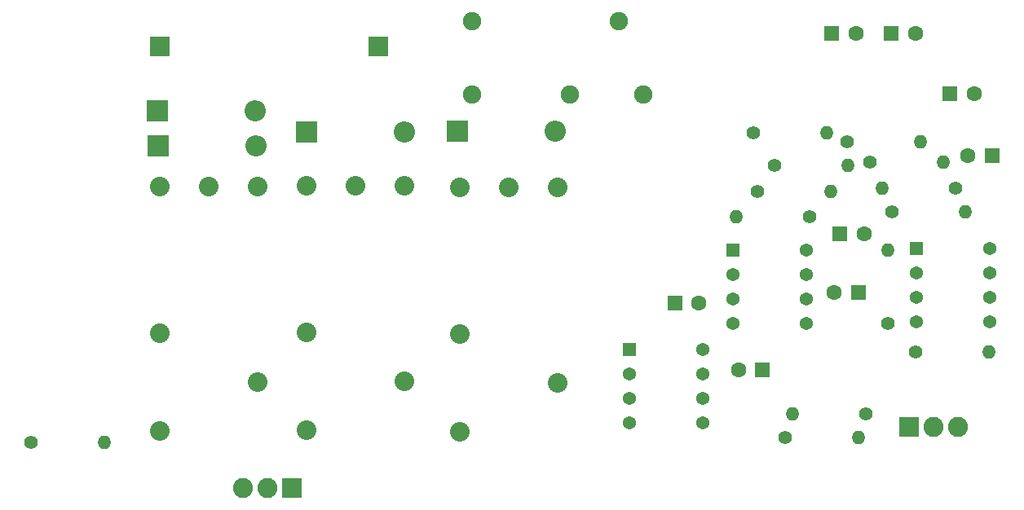
<source format=gbr>
%TF.GenerationSoftware,KiCad,Pcbnew,(6.0.2)*%
%TF.CreationDate,2022-07-20T19:38:25+09:00*%
%TF.ProjectId,shutdown,73687574-646f-4776-9e2e-6b696361645f,rev?*%
%TF.SameCoordinates,Original*%
%TF.FileFunction,Soldermask,Bot*%
%TF.FilePolarity,Negative*%
%FSLAX46Y46*%
G04 Gerber Fmt 4.6, Leading zero omitted, Abs format (unit mm)*
G04 Created by KiCad (PCBNEW (6.0.2)) date 2022-07-20 19:38:25*
%MOMM*%
%LPD*%
G01*
G04 APERTURE LIST*
%ADD10R,1.600000X1.600000*%
%ADD11C,1.600000*%
%ADD12R,1.371600X1.371600*%
%ADD13C,1.371600*%
%ADD14C,1.400000*%
%ADD15O,1.400000X1.400000*%
%ADD16C,2.032000*%
%ADD17R,2.000000X2.000000*%
%ADD18R,2.085000X2.085000*%
%ADD19C,2.085000*%
%ADD20R,2.200000X2.200000*%
%ADD21O,2.200000X2.200000*%
%ADD22C,1.905000*%
G04 APERTURE END LIST*
D10*
%TO.C,C5*%
X221655113Y-102990000D03*
D11*
X219155113Y-102990000D03*
%TD*%
D10*
%TO.C,C6*%
X231200000Y-82360000D03*
D11*
X233700000Y-82360000D03*
%TD*%
D10*
%TO.C,C2*%
X225094888Y-76110000D03*
D11*
X227594888Y-76110000D03*
%TD*%
D12*
%TO.C,U5*%
X208640000Y-98610000D03*
D13*
X208640000Y-101150000D03*
X208640000Y-103690000D03*
X208640000Y-106230000D03*
X216260000Y-106230000D03*
X216260000Y-103690000D03*
X216260000Y-101150000D03*
X216260000Y-98610000D03*
%TD*%
D14*
%TO.C,R3*%
X210800000Y-86400000D03*
D15*
X218420000Y-86400000D03*
%TD*%
D16*
%TO.C,RELAY_BMS1*%
X180330000Y-92070000D03*
X180330000Y-107310000D03*
X180330000Y-117470000D03*
X190490000Y-112390000D03*
X190490000Y-92070000D03*
X185410000Y-92070000D03*
%TD*%
D10*
%TO.C,C3*%
X219750000Y-96900000D03*
D11*
X222250000Y-96900000D03*
%TD*%
D10*
%TO.C,C7*%
X211735112Y-111040000D03*
D11*
X209235112Y-111040000D03*
%TD*%
D17*
%TO.C,F1*%
X149115000Y-77445000D03*
X171815000Y-77445000D03*
%TD*%
D12*
%TO.C,U6*%
X227680000Y-98430000D03*
D13*
X227680000Y-100970000D03*
X227680000Y-103510000D03*
X227680000Y-106050000D03*
X235300000Y-106050000D03*
X235300000Y-103510000D03*
X235300000Y-100970000D03*
X235300000Y-98430000D03*
%TD*%
D18*
%TO.C,Q1*%
X162880000Y-123310000D03*
D19*
X160340000Y-123310000D03*
X157800000Y-123310000D03*
%TD*%
D14*
%TO.C,R9*%
X216620000Y-95110000D03*
D15*
X209000000Y-95110000D03*
%TD*%
D20*
%TO.C,D3*%
X148920000Y-87810000D03*
D21*
X159080000Y-87810000D03*
%TD*%
D12*
%TO.C,U8*%
X197920000Y-108924371D03*
D13*
X197920000Y-111464371D03*
X197920000Y-114004371D03*
X197920000Y-116544371D03*
X205540000Y-116544371D03*
X205540000Y-114004371D03*
X205540000Y-111464371D03*
X205540000Y-108924371D03*
%TD*%
D14*
%TO.C,R13*%
X222460000Y-115640000D03*
D15*
X214840000Y-115640000D03*
%TD*%
D14*
%TO.C,R2*%
X135770000Y-118610000D03*
D15*
X143390000Y-118610000D03*
%TD*%
D14*
%TO.C,R14*%
X214100000Y-118070000D03*
D15*
X221720000Y-118070000D03*
%TD*%
D14*
%TO.C,R8*%
X222850000Y-89500000D03*
D15*
X230470000Y-89500000D03*
%TD*%
D18*
%TO.C,Q2*%
X226920000Y-116970000D03*
D19*
X229460000Y-116970000D03*
X232000000Y-116970000D03*
%TD*%
D14*
%TO.C,R5*%
X211230000Y-92480000D03*
D15*
X218850000Y-92480000D03*
%TD*%
D14*
%TO.C,R11*%
X224710000Y-106250000D03*
D15*
X224710000Y-98630000D03*
%TD*%
D22*
%TO.C,U1*%
X181600000Y-82420000D03*
X191760000Y-82420000D03*
X199380000Y-82420000D03*
X196840000Y-74800000D03*
X181600000Y-74800000D03*
%TD*%
D14*
%TO.C,R10*%
X225150000Y-94630000D03*
D15*
X232770000Y-94630000D03*
%TD*%
D16*
%TO.C,RELAY_BSPD1*%
X149130000Y-92010000D03*
X149130000Y-107250000D03*
X149130000Y-117410000D03*
X159290000Y-112330000D03*
X159290000Y-92010000D03*
X154210000Y-92010000D03*
%TD*%
D10*
%TO.C,C4*%
X235570000Y-88770000D03*
D11*
X233070000Y-88770000D03*
%TD*%
D10*
%TO.C,C1*%
X218931700Y-76070000D03*
D11*
X221431700Y-76070000D03*
%TD*%
D16*
%TO.C,RELAY_IMD1*%
X164360000Y-91960000D03*
X164360000Y-107200000D03*
X164360000Y-117360000D03*
X174520000Y-112280000D03*
X174520000Y-91960000D03*
X169440000Y-91960000D03*
%TD*%
D14*
%TO.C,R6*%
X231750000Y-92210000D03*
D15*
X224130000Y-92210000D03*
%TD*%
D14*
%TO.C,R12*%
X227590000Y-109220000D03*
D15*
X235210000Y-109220000D03*
%TD*%
D10*
%TO.C,C8*%
X202614888Y-104120000D03*
D11*
X205114888Y-104120000D03*
%TD*%
D20*
%TO.C,D2*%
X164340000Y-86330000D03*
D21*
X174500000Y-86330000D03*
%TD*%
D20*
%TO.C,D4*%
X148870000Y-84140000D03*
D21*
X159030000Y-84140000D03*
%TD*%
D20*
%TO.C,D1*%
X180010000Y-86240000D03*
D21*
X190170000Y-86240000D03*
%TD*%
D14*
%TO.C,R7*%
X212930000Y-89770000D03*
D15*
X220550000Y-89770000D03*
%TD*%
D14*
%TO.C,R4*%
X220480000Y-87310000D03*
D15*
X228100000Y-87310000D03*
%TD*%
M02*

</source>
